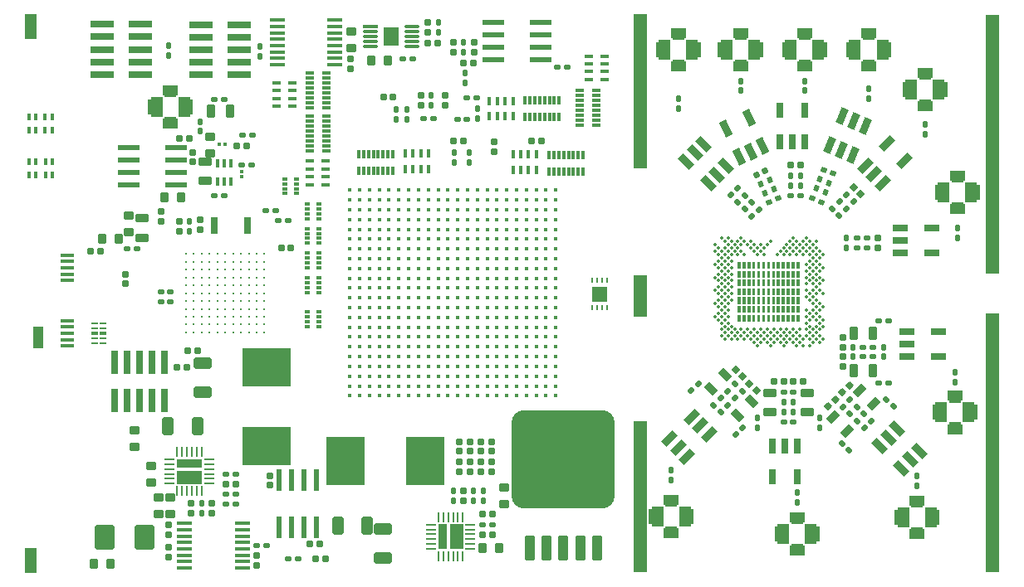
<source format=gtp>
G04 Layer_Color=8421504*
%FSLAX44Y44*%
%MOMM*%
G71*
G01*
G75*
G04:AMPARAMS|DCode=18|XSize=0.7mm|YSize=0.4mm|CornerRadius=0.05mm|HoleSize=0mm|Usage=FLASHONLY|Rotation=270.000|XOffset=0mm|YOffset=0mm|HoleType=Round|Shape=RoundedRectangle|*
%AMROUNDEDRECTD18*
21,1,0.7000,0.3000,0,0,270.0*
21,1,0.6000,0.4000,0,0,270.0*
1,1,0.1000,-0.1500,-0.3000*
1,1,0.1000,-0.1500,0.3000*
1,1,0.1000,0.1500,0.3000*
1,1,0.1000,0.1500,-0.3000*
%
%ADD18ROUNDEDRECTD18*%
%ADD19R,1.5500X1.0000*%
%ADD20R,1.2000X1.6000*%
%ADD21R,1.2000X1.2000*%
%ADD22R,1.2000X2.1500*%
G04:AMPARAMS|DCode=23|XSize=0.6mm|YSize=0.6mm|CornerRadius=0.06mm|HoleSize=0mm|Usage=FLASHONLY|Rotation=0.000|XOffset=0mm|YOffset=0mm|HoleType=Round|Shape=RoundedRectangle|*
%AMROUNDEDRECTD23*
21,1,0.6000,0.4800,0,0,0.0*
21,1,0.4800,0.6000,0,0,0.0*
1,1,0.1200,0.2400,-0.2400*
1,1,0.1200,-0.2400,-0.2400*
1,1,0.1200,-0.2400,0.2400*
1,1,0.1200,0.2400,0.2400*
%
%ADD23ROUNDEDRECTD23*%
G04:AMPARAMS|DCode=24|XSize=1mm|YSize=0.9mm|CornerRadius=0.1125mm|HoleSize=0mm|Usage=FLASHONLY|Rotation=0.000|XOffset=0mm|YOffset=0mm|HoleType=Round|Shape=RoundedRectangle|*
%AMROUNDEDRECTD24*
21,1,1.0000,0.6750,0,0,0.0*
21,1,0.7750,0.9000,0,0,0.0*
1,1,0.2250,0.3875,-0.3375*
1,1,0.2250,-0.3875,-0.3375*
1,1,0.2250,-0.3875,0.3375*
1,1,0.2250,0.3875,0.3375*
%
%ADD24ROUNDEDRECTD24*%
G04:AMPARAMS|DCode=25|XSize=1mm|YSize=0.9mm|CornerRadius=0.1125mm|HoleSize=0mm|Usage=FLASHONLY|Rotation=270.000|XOffset=0mm|YOffset=0mm|HoleType=Round|Shape=RoundedRectangle|*
%AMROUNDEDRECTD25*
21,1,1.0000,0.6750,0,0,270.0*
21,1,0.7750,0.9000,0,0,270.0*
1,1,0.2250,-0.3375,-0.3875*
1,1,0.2250,-0.3375,0.3875*
1,1,0.2250,0.3375,0.3875*
1,1,0.2250,0.3375,-0.3875*
%
%ADD25ROUNDEDRECTD25*%
%ADD26R,0.4000X0.8500*%
G04:AMPARAMS|DCode=27|XSize=0.6mm|YSize=0.6mm|CornerRadius=0.06mm|HoleSize=0mm|Usage=FLASHONLY|Rotation=90.000|XOffset=0mm|YOffset=0mm|HoleType=Round|Shape=RoundedRectangle|*
%AMROUNDEDRECTD27*
21,1,0.6000,0.4800,0,0,90.0*
21,1,0.4800,0.6000,0,0,90.0*
1,1,0.1200,0.2400,0.2400*
1,1,0.1200,0.2400,-0.2400*
1,1,0.1200,-0.2400,-0.2400*
1,1,0.1200,-0.2400,0.2400*
%
%ADD27ROUNDEDRECTD27*%
%ADD28R,2.2000X0.5500*%
%ADD29R,1.5000X0.3500*%
%ADD30R,0.5500X2.2000*%
%ADD31R,1.3000X2.6000*%
G04:AMPARAMS|DCode=32|XSize=0.5mm|YSize=0.6mm|CornerRadius=0.05mm|HoleSize=0mm|Usage=FLASHONLY|Rotation=270.000|XOffset=0mm|YOffset=0mm|HoleType=Round|Shape=RoundedRectangle|*
%AMROUNDEDRECTD32*
21,1,0.5000,0.5000,0,0,270.0*
21,1,0.4000,0.6000,0,0,270.0*
1,1,0.1000,-0.2500,-0.2000*
1,1,0.1000,-0.2500,0.2000*
1,1,0.1000,0.2500,0.2000*
1,1,0.1000,0.2500,-0.2000*
%
%ADD32ROUNDEDRECTD32*%
G04:AMPARAMS|DCode=33|XSize=0.5mm|YSize=0.6mm|CornerRadius=0.05mm|HoleSize=0mm|Usage=FLASHONLY|Rotation=0.000|XOffset=0mm|YOffset=0mm|HoleType=Round|Shape=RoundedRectangle|*
%AMROUNDEDRECTD33*
21,1,0.5000,0.5000,0,0,0.0*
21,1,0.4000,0.6000,0,0,0.0*
1,1,0.1000,0.2000,-0.2500*
1,1,0.1000,-0.2000,-0.2500*
1,1,0.1000,-0.2000,0.2500*
1,1,0.1000,0.2000,0.2500*
%
%ADD33ROUNDEDRECTD33*%
%ADD34R,2.4000X0.7500*%
%ADD35R,0.7500X2.4000*%
G04:AMPARAMS|DCode=36|XSize=2.5mm|YSize=2mm|CornerRadius=0.25mm|HoleSize=0mm|Usage=FLASHONLY|Rotation=90.000|XOffset=0mm|YOffset=0mm|HoleType=Round|Shape=RoundedRectangle|*
%AMROUNDEDRECTD36*
21,1,2.5000,1.5000,0,0,90.0*
21,1,2.0000,2.0000,0,0,90.0*
1,1,0.5000,0.7500,1.0000*
1,1,0.5000,0.7500,-1.0000*
1,1,0.5000,-0.7500,-1.0000*
1,1,0.5000,-0.7500,1.0000*
%
%ADD36ROUNDEDRECTD36*%
%ADD37R,0.3500X0.3000*%
%ADD38R,0.3000X0.3500*%
%ADD39R,0.2500X0.6250*%
%ADD40R,1.6000X1.6000*%
G04:AMPARAMS|DCode=41|XSize=2.5mm|YSize=1.1mm|CornerRadius=0.1375mm|HoleSize=0mm|Usage=FLASHONLY|Rotation=270.000|XOffset=0mm|YOffset=0mm|HoleType=Round|Shape=RoundedRectangle|*
%AMROUNDEDRECTD41*
21,1,2.5000,0.8250,0,0,270.0*
21,1,2.2250,1.1000,0,0,270.0*
1,1,0.2750,-0.4125,-1.1125*
1,1,0.2750,-0.4125,1.1125*
1,1,0.2750,0.4125,1.1125*
1,1,0.2750,0.4125,-1.1125*
%
%ADD41ROUNDEDRECTD41*%
G04:AMPARAMS|DCode=42|XSize=10mm|YSize=10.5mm|CornerRadius=1.25mm|HoleSize=0mm|Usage=FLASHONLY|Rotation=270.000|XOffset=0mm|YOffset=0mm|HoleType=Round|Shape=RoundedRectangle|*
%AMROUNDEDRECTD42*
21,1,10.0000,8.0000,0,0,270.0*
21,1,7.5000,10.5000,0,0,270.0*
1,1,2.5000,-4.0000,-3.7500*
1,1,2.5000,-4.0000,3.7500*
1,1,2.5000,4.0000,3.7500*
1,1,2.5000,4.0000,-3.7500*
%
%ADD42ROUNDEDRECTD42*%
G04:AMPARAMS|DCode=43|XSize=1.3mm|YSize=0.8mm|CornerRadius=0.1mm|HoleSize=0mm|Usage=FLASHONLY|Rotation=180.000|XOffset=0mm|YOffset=0mm|HoleType=Round|Shape=RoundedRectangle|*
%AMROUNDEDRECTD43*
21,1,1.3000,0.6000,0,0,180.0*
21,1,1.1000,0.8000,0,0,180.0*
1,1,0.2000,-0.5500,0.3000*
1,1,0.2000,0.5500,0.3000*
1,1,0.2000,0.5500,-0.3000*
1,1,0.2000,-0.5500,-0.3000*
%
%ADD43ROUNDEDRECTD43*%
%ADD44R,5.0000X4.0000*%
%ADD45R,2.5500X0.9000*%
%ADD46R,2.5500X1.4000*%
%ADD47R,0.2500X1.0000*%
%ADD48R,1.0000X0.2500*%
G04:AMPARAMS|DCode=49|XSize=1.8mm|YSize=1.15mm|CornerRadius=0.1437mm|HoleSize=0mm|Usage=FLASHONLY|Rotation=0.000|XOffset=0mm|YOffset=0mm|HoleType=Round|Shape=RoundedRectangle|*
%AMROUNDEDRECTD49*
21,1,1.8000,0.8625,0,0,0.0*
21,1,1.5125,1.1500,0,0,0.0*
1,1,0.2875,0.7562,-0.4313*
1,1,0.2875,-0.7562,-0.4313*
1,1,0.2875,-0.7562,0.4313*
1,1,0.2875,0.7562,0.4313*
%
%ADD49ROUNDEDRECTD49*%
G04:AMPARAMS|DCode=50|XSize=1.8mm|YSize=1.15mm|CornerRadius=0.1437mm|HoleSize=0mm|Usage=FLASHONLY|Rotation=90.000|XOffset=0mm|YOffset=0mm|HoleType=Round|Shape=RoundedRectangle|*
%AMROUNDEDRECTD50*
21,1,1.8000,0.8625,0,0,90.0*
21,1,1.5125,1.1500,0,0,90.0*
1,1,0.2875,0.4313,0.7562*
1,1,0.2875,0.4313,-0.7562*
1,1,0.2875,-0.4313,-0.7562*
1,1,0.2875,-0.4313,0.7562*
%
%ADD50ROUNDEDRECTD50*%
G04:AMPARAMS|DCode=51|XSize=1.3mm|YSize=0.8mm|CornerRadius=0.1mm|HoleSize=0mm|Usage=FLASHONLY|Rotation=90.000|XOffset=0mm|YOffset=0mm|HoleType=Round|Shape=RoundedRectangle|*
%AMROUNDEDRECTD51*
21,1,1.3000,0.6000,0,0,90.0*
21,1,1.1000,0.8000,0,0,90.0*
1,1,0.2000,0.3000,0.5500*
1,1,0.2000,0.3000,-0.5500*
1,1,0.2000,-0.3000,-0.5500*
1,1,0.2000,-0.3000,0.5500*
%
%ADD51ROUNDEDRECTD51*%
G04:AMPARAMS|DCode=52|XSize=1.3mm|YSize=0.8mm|CornerRadius=0.1mm|HoleSize=0mm|Usage=FLASHONLY|Rotation=45.000|XOffset=0mm|YOffset=0mm|HoleType=Round|Shape=RoundedRectangle|*
%AMROUNDEDRECTD52*
21,1,1.3000,0.6000,0,0,45.0*
21,1,1.1000,0.8000,0,0,45.0*
1,1,0.2000,0.6010,0.1768*
1,1,0.2000,-0.1768,-0.6010*
1,1,0.2000,-0.6010,-0.1768*
1,1,0.2000,0.1768,0.6010*
%
%ADD52ROUNDEDRECTD52*%
G04:AMPARAMS|DCode=53|XSize=1.3mm|YSize=0.8mm|CornerRadius=0.1mm|HoleSize=0mm|Usage=FLASHONLY|Rotation=315.000|XOffset=0mm|YOffset=0mm|HoleType=Round|Shape=RoundedRectangle|*
%AMROUNDEDRECTD53*
21,1,1.3000,0.6000,0,0,315.0*
21,1,1.1000,0.8000,0,0,315.0*
1,1,0.2000,0.1768,-0.6010*
1,1,0.2000,-0.6010,0.1768*
1,1,0.2000,-0.1768,0.6010*
1,1,0.2000,0.6010,-0.1768*
%
%ADD53ROUNDEDRECTD53*%
G04:AMPARAMS|DCode=54|XSize=0.5mm|YSize=0.6mm|CornerRadius=0.05mm|HoleSize=0mm|Usage=FLASHONLY|Rotation=67.500|XOffset=0mm|YOffset=0mm|HoleType=Round|Shape=RoundedRectangle|*
%AMROUNDEDRECTD54*
21,1,0.5000,0.5000,0,0,67.5*
21,1,0.4000,0.6000,0,0,67.5*
1,1,0.1000,0.3075,0.0891*
1,1,0.1000,0.1544,-0.2804*
1,1,0.1000,-0.3075,-0.0891*
1,1,0.1000,-0.1544,0.2804*
%
%ADD54ROUNDEDRECTD54*%
%ADD55R,0.9500X0.4000*%
%ADD56R,0.4000X0.9500*%
%ADD57R,0.9500X0.3500*%
%ADD58R,0.3500X0.9500*%
%ADD59R,0.9000X2.5500*%
%ADD60R,1.4000X2.5500*%
%ADD61R,4.0000X5.0000*%
%ADD62R,0.6000X0.4500*%
%ADD63R,0.6000X0.3000*%
%ADD64R,0.8000X1.7000*%
G04:AMPARAMS|DCode=65|XSize=0.5mm|YSize=0.6mm|CornerRadius=0.05mm|HoleSize=0mm|Usage=FLASHONLY|Rotation=135.000|XOffset=0mm|YOffset=0mm|HoleType=Round|Shape=RoundedRectangle|*
%AMROUNDEDRECTD65*
21,1,0.5000,0.5000,0,0,135.0*
21,1,0.4000,0.6000,0,0,135.0*
1,1,0.1000,0.0354,0.3182*
1,1,0.1000,0.3182,0.0354*
1,1,0.1000,-0.0354,-0.3182*
1,1,0.1000,-0.3182,-0.0354*
%
%ADD65ROUNDEDRECTD65*%
G04:AMPARAMS|DCode=66|XSize=0.5mm|YSize=0.6mm|CornerRadius=0.05mm|HoleSize=0mm|Usage=FLASHONLY|Rotation=337.500|XOffset=0mm|YOffset=0mm|HoleType=Round|Shape=RoundedRectangle|*
%AMROUNDEDRECTD66*
21,1,0.5000,0.5000,0,0,337.5*
21,1,0.4000,0.6000,0,0,337.5*
1,1,0.1000,0.0891,-0.3075*
1,1,0.1000,-0.2804,-0.1544*
1,1,0.1000,-0.0891,0.3075*
1,1,0.1000,0.2804,0.1544*
%
%ADD66ROUNDEDRECTD66*%
G04:AMPARAMS|DCode=67|XSize=0.76mm|YSize=1.65mm|CornerRadius=0mm|HoleSize=0mm|Usage=FLASHONLY|Rotation=315.000|XOffset=0mm|YOffset=0mm|HoleType=Round|Shape=Rectangle|*
%AMROTATEDRECTD67*
4,1,4,-0.8521,-0.3147,0.3147,0.8521,0.8521,0.3147,-0.3147,-0.8521,-0.8521,-0.3147,0.0*
%
%ADD67ROTATEDRECTD67*%

G04:AMPARAMS|DCode=68|XSize=0.6mm|YSize=0.6mm|CornerRadius=0.06mm|HoleSize=0mm|Usage=FLASHONLY|Rotation=225.000|XOffset=0mm|YOffset=0mm|HoleType=Round|Shape=RoundedRectangle|*
%AMROUNDEDRECTD68*
21,1,0.6000,0.4800,0,0,225.0*
21,1,0.4800,0.6000,0,0,225.0*
1,1,0.1200,-0.3394,0.0000*
1,1,0.1200,0.0000,0.3394*
1,1,0.1200,0.3394,0.0000*
1,1,0.1200,0.0000,-0.3394*
%
%ADD68ROUNDEDRECTD68*%
G04:AMPARAMS|DCode=69|XSize=0.5mm|YSize=0.6mm|CornerRadius=0.05mm|HoleSize=0mm|Usage=FLASHONLY|Rotation=225.000|XOffset=0mm|YOffset=0mm|HoleType=Round|Shape=RoundedRectangle|*
%AMROUNDEDRECTD69*
21,1,0.5000,0.5000,0,0,225.0*
21,1,0.4000,0.6000,0,0,225.0*
1,1,0.1000,-0.3182,0.0354*
1,1,0.1000,-0.0354,0.3182*
1,1,0.1000,0.3182,-0.0354*
1,1,0.1000,0.0354,-0.3182*
%
%ADD69ROUNDEDRECTD69*%
G04:AMPARAMS|DCode=70|XSize=0.5mm|YSize=0.6mm|CornerRadius=0.05mm|HoleSize=0mm|Usage=FLASHONLY|Rotation=25.000|XOffset=0mm|YOffset=0mm|HoleType=Round|Shape=RoundedRectangle|*
%AMROUNDEDRECTD70*
21,1,0.5000,0.5000,0,0,25.0*
21,1,0.4000,0.6000,0,0,25.0*
1,1,0.1000,0.2869,-0.1421*
1,1,0.1000,-0.0756,-0.3111*
1,1,0.1000,-0.2869,0.1421*
1,1,0.1000,0.0756,0.3111*
%
%ADD70ROUNDEDRECTD70*%
G04:AMPARAMS|DCode=71|XSize=0.5mm|YSize=0.6mm|CornerRadius=0.05mm|HoleSize=0mm|Usage=FLASHONLY|Rotation=115.000|XOffset=0mm|YOffset=0mm|HoleType=Round|Shape=RoundedRectangle|*
%AMROUNDEDRECTD71*
21,1,0.5000,0.5000,0,0,115.0*
21,1,0.4000,0.6000,0,0,115.0*
1,1,0.1000,0.1421,0.2869*
1,1,0.1000,0.3111,-0.0756*
1,1,0.1000,-0.1421,-0.2869*
1,1,0.1000,-0.3111,0.0756*
%
%ADD71ROUNDEDRECTD71*%
G04:AMPARAMS|DCode=72|XSize=0.6mm|YSize=0.6mm|CornerRadius=0.06mm|HoleSize=0mm|Usage=FLASHONLY|Rotation=315.000|XOffset=0mm|YOffset=0mm|HoleType=Round|Shape=RoundedRectangle|*
%AMROUNDEDRECTD72*
21,1,0.6000,0.4800,0,0,315.0*
21,1,0.4800,0.6000,0,0,315.0*
1,1,0.1200,0.0000,-0.3394*
1,1,0.1200,-0.3394,0.0000*
1,1,0.1200,0.0000,0.3394*
1,1,0.1200,0.3394,0.0000*
%
%ADD72ROUNDEDRECTD72*%
G04:AMPARAMS|DCode=73|XSize=0.6mm|YSize=0.6mm|CornerRadius=0.06mm|HoleSize=0mm|Usage=FLASHONLY|Rotation=115.000|XOffset=0mm|YOffset=0mm|HoleType=Round|Shape=RoundedRectangle|*
%AMROUNDEDRECTD73*
21,1,0.6000,0.4800,0,0,115.0*
21,1,0.4800,0.6000,0,0,115.0*
1,1,0.1200,0.1161,0.3189*
1,1,0.1200,0.3189,-0.1161*
1,1,0.1200,-0.1161,-0.3189*
1,1,0.1200,-0.3189,0.1161*
%
%ADD73ROUNDEDRECTD73*%
G04:AMPARAMS|DCode=74|XSize=0.76mm|YSize=1.65mm|CornerRadius=0mm|HoleSize=0mm|Usage=FLASHONLY|Rotation=45.000|XOffset=0mm|YOffset=0mm|HoleType=Round|Shape=Rectangle|*
%AMROTATEDRECTD74*
4,1,4,0.3147,-0.8521,-0.8521,0.3147,-0.3147,0.8521,0.8521,-0.3147,0.3147,-0.8521,0.0*
%
%ADD74ROTATEDRECTD74*%

%ADD75R,0.7600X1.6500*%
G04:AMPARAMS|DCode=76|XSize=0.76mm|YSize=1.65mm|CornerRadius=0mm|HoleSize=0mm|Usage=FLASHONLY|Rotation=157.500|XOffset=0mm|YOffset=0mm|HoleType=Round|Shape=Rectangle|*
%AMROTATEDRECTD76*
4,1,4,0.6668,0.6168,0.0354,-0.9076,-0.6668,-0.6168,-0.0354,0.9076,0.6668,0.6168,0.0*
%
%ADD76ROTATEDRECTD76*%

G04:AMPARAMS|DCode=77|XSize=0.76mm|YSize=1.65mm|CornerRadius=0mm|HoleSize=0mm|Usage=FLASHONLY|Rotation=25.000|XOffset=0mm|YOffset=0mm|HoleType=Round|Shape=Rectangle|*
%AMROTATEDRECTD77*
4,1,4,0.0043,-0.9083,-0.6931,0.5871,-0.0043,0.9083,0.6931,-0.5871,0.0043,-0.9083,0.0*
%
%ADD77ROTATEDRECTD77*%

%ADD78R,1.6500X0.7600*%
%ADD79R,0.6750X0.4000*%
%ADD80R,0.6750X0.2000*%
%ADD81C,0.3500*%
%ADD82R,0.2000X0.2000*%
G04:AMPARAMS|DCode=83|XSize=1.6mm|YSize=1.9mm|CornerRadius=0.2mm|HoleSize=0mm|Usage=FLASHONLY|Rotation=180.000|XOffset=0mm|YOffset=0mm|HoleType=Round|Shape=RoundedRectangle|*
%AMROUNDEDRECTD83*
21,1,1.6000,1.5000,0,0,180.0*
21,1,1.2000,1.9000,0,0,180.0*
1,1,0.4000,-0.6000,0.7500*
1,1,0.4000,0.6000,0.7500*
1,1,0.4000,0.6000,-0.7500*
1,1,0.4000,-0.6000,-0.7500*
%
%ADD83ROUNDEDRECTD83*%
%ADD84O,1.6000X0.3000*%
G04:AMPARAMS|DCode=85|XSize=1.6mm|YSize=0.3mm|CornerRadius=0.0375mm|HoleSize=0mm|Usage=FLASHONLY|Rotation=0.000|XOffset=0mm|YOffset=0mm|HoleType=Round|Shape=RoundedRectangle|*
%AMROUNDEDRECTD85*
21,1,1.6000,0.2250,0,0,0.0*
21,1,1.5250,0.3000,0,0,0.0*
1,1,0.0750,0.7625,-0.1125*
1,1,0.0750,-0.7625,-0.1125*
1,1,0.0750,-0.7625,0.1125*
1,1,0.0750,0.7625,0.1125*
%
%ADD85ROUNDEDRECTD85*%
%ADD86C,0.3800*%
%ADD87R,0.9800X2.1800*%
%ADD88R,1.3500X0.4000*%
%ADD89C,0.2500*%
%ADD90R,1.4500X15.7750*%
%ADD91R,1.4500X26.5000*%
%ADD92R,1.4500X15.5000*%
%ADD93R,1.4500X4.2000*%
G36*
X792910Y325134D02*
X789910D01*
Y332133D01*
X792910D01*
Y325134D01*
D02*
G37*
G36*
X787910D02*
X784910D01*
Y332133D01*
X787910D01*
Y325134D01*
D02*
G37*
G36*
X782910D02*
X779910D01*
Y332133D01*
X782910D01*
Y325134D01*
D02*
G37*
G36*
X777910D02*
X774910D01*
Y332133D01*
X777910D01*
Y325134D01*
D02*
G37*
G36*
X772910D02*
X769910D01*
Y332133D01*
X772910D01*
Y325134D01*
D02*
G37*
G36*
X767910D02*
X764910D01*
Y332133D01*
X767910D01*
Y325134D01*
D02*
G37*
G36*
X762910D02*
X759910D01*
Y332133D01*
X762910D01*
Y325134D01*
D02*
G37*
G36*
X757910D02*
X754910D01*
Y332133D01*
X757910D01*
Y325134D01*
D02*
G37*
G36*
X752910D02*
X749910D01*
Y332133D01*
X752910D01*
Y325134D01*
D02*
G37*
G36*
X747910D02*
X744910D01*
Y332133D01*
X747910D01*
Y325134D01*
D02*
G37*
G36*
X742910D02*
X739910D01*
Y332133D01*
X742910D01*
Y325134D01*
D02*
G37*
G36*
X737910D02*
X734910D01*
Y332133D01*
X737910D01*
Y325134D01*
D02*
G37*
G36*
X732910D02*
X729910D01*
Y332133D01*
X732910D01*
Y325134D01*
D02*
G37*
G36*
X792910Y316133D02*
X789910D01*
Y323134D01*
X792910D01*
Y316133D01*
D02*
G37*
G36*
X787910D02*
X784910D01*
Y323134D01*
X787910D01*
Y316133D01*
D02*
G37*
G36*
X782910D02*
X779910D01*
Y323134D01*
X782910D01*
Y316133D01*
D02*
G37*
G36*
X777910D02*
X774910D01*
Y323134D01*
X777910D01*
Y316133D01*
D02*
G37*
G36*
X772910D02*
X769910D01*
Y323134D01*
X772910D01*
Y316133D01*
D02*
G37*
G36*
X767910D02*
X764910D01*
Y323134D01*
X767910D01*
Y316133D01*
D02*
G37*
G36*
X762910D02*
X759910D01*
Y323134D01*
X762910D01*
Y316133D01*
D02*
G37*
G36*
X757910D02*
X754910D01*
Y323134D01*
X757910D01*
Y316133D01*
D02*
G37*
G36*
X752910D02*
X749910D01*
Y323134D01*
X752910D01*
Y316133D01*
D02*
G37*
G36*
X747910D02*
X744910D01*
Y323134D01*
X747910D01*
Y316133D01*
D02*
G37*
G36*
X742910D02*
X739910D01*
Y323134D01*
X742910D01*
Y316133D01*
D02*
G37*
G36*
X737910D02*
X734910D01*
Y323134D01*
X737910D01*
Y316133D01*
D02*
G37*
G36*
X732910D02*
X729910D01*
Y323134D01*
X732910D01*
Y316133D01*
D02*
G37*
G36*
X792910Y307134D02*
X789910D01*
Y314133D01*
X792910D01*
Y307134D01*
D02*
G37*
G36*
X787910D02*
X784910D01*
Y314133D01*
X787910D01*
Y307134D01*
D02*
G37*
G36*
X782910D02*
X779910D01*
Y314133D01*
X782910D01*
Y307134D01*
D02*
G37*
G36*
X777910D02*
X774910D01*
Y314133D01*
X777910D01*
Y307134D01*
D02*
G37*
G36*
X772910D02*
X769910D01*
Y314133D01*
X772910D01*
Y307134D01*
D02*
G37*
G36*
X767910D02*
X764910D01*
Y314133D01*
X767910D01*
Y307134D01*
D02*
G37*
G36*
X762910D02*
X759910D01*
Y314133D01*
X762910D01*
Y307134D01*
D02*
G37*
G36*
X757910D02*
X754910D01*
Y314133D01*
X757910D01*
Y307134D01*
D02*
G37*
G36*
X752910D02*
X749910D01*
Y314133D01*
X752910D01*
Y307134D01*
D02*
G37*
G36*
X747910D02*
X744910D01*
Y314133D01*
X747910D01*
Y307134D01*
D02*
G37*
G36*
X742910D02*
X739910D01*
Y314133D01*
X742910D01*
Y307134D01*
D02*
G37*
G36*
X737910D02*
X734910D01*
Y314133D01*
X737910D01*
Y307134D01*
D02*
G37*
G36*
X732910D02*
X729910D01*
Y314133D01*
X732910D01*
Y307134D01*
D02*
G37*
G36*
X792910Y298134D02*
X789910D01*
Y305133D01*
X792910D01*
Y298134D01*
D02*
G37*
G36*
X787910D02*
X784910D01*
Y305133D01*
X787910D01*
Y298134D01*
D02*
G37*
G36*
X782910D02*
X779910D01*
Y305133D01*
X782910D01*
Y298134D01*
D02*
G37*
G36*
X777910D02*
X774910D01*
Y305133D01*
X777910D01*
Y298134D01*
D02*
G37*
G36*
X772910D02*
X769910D01*
Y305133D01*
X772910D01*
Y298134D01*
D02*
G37*
G36*
X767910D02*
X764910D01*
Y305133D01*
X767910D01*
Y298134D01*
D02*
G37*
G36*
X762910D02*
X759910D01*
Y305133D01*
X762910D01*
Y298134D01*
D02*
G37*
G36*
X757910D02*
X754910D01*
Y305133D01*
X757910D01*
Y298134D01*
D02*
G37*
G36*
X752910D02*
X749910D01*
Y305133D01*
X752910D01*
Y298134D01*
D02*
G37*
G36*
X747910D02*
X744910D01*
Y305133D01*
X747910D01*
Y298134D01*
D02*
G37*
G36*
X742910D02*
X739910D01*
Y305133D01*
X742910D01*
Y298134D01*
D02*
G37*
G36*
X737910D02*
X734910D01*
Y305133D01*
X737910D01*
Y298134D01*
D02*
G37*
G36*
X732910D02*
X729910D01*
Y305133D01*
X732910D01*
Y298134D01*
D02*
G37*
G36*
X792910Y289133D02*
X789910D01*
Y296133D01*
X792910D01*
Y289133D01*
D02*
G37*
G36*
X787910D02*
X784910D01*
Y296133D01*
X787910D01*
Y289133D01*
D02*
G37*
G36*
X782910D02*
X779910D01*
Y296133D01*
X782910D01*
Y289133D01*
D02*
G37*
G36*
X777910D02*
X774910D01*
Y296133D01*
X777910D01*
Y289133D01*
D02*
G37*
G36*
X772910D02*
X769910D01*
Y296133D01*
X772910D01*
Y289133D01*
D02*
G37*
G36*
X767910D02*
X764910D01*
Y296133D01*
X767910D01*
Y289133D01*
D02*
G37*
G36*
X762910D02*
X759910D01*
Y296133D01*
X762910D01*
Y289133D01*
D02*
G37*
G36*
X757910D02*
X754910D01*
Y296133D01*
X757910D01*
Y289133D01*
D02*
G37*
G36*
X752910D02*
X749910D01*
Y296133D01*
X752910D01*
Y289133D01*
D02*
G37*
G36*
X747910D02*
X744910D01*
Y296133D01*
X747910D01*
Y289133D01*
D02*
G37*
G36*
X742910D02*
X739910D01*
Y296133D01*
X742910D01*
Y289133D01*
D02*
G37*
G36*
X737910D02*
X734910D01*
Y296133D01*
X737910D01*
Y289133D01*
D02*
G37*
G36*
X732910D02*
X729910D01*
Y296133D01*
X732910D01*
Y289133D01*
D02*
G37*
G36*
X792910Y280134D02*
X789910D01*
Y287134D01*
X792910D01*
Y280134D01*
D02*
G37*
G36*
X787910D02*
X784910D01*
Y287134D01*
X787910D01*
Y280134D01*
D02*
G37*
G36*
X782910D02*
X779910D01*
Y287134D01*
X782910D01*
Y280134D01*
D02*
G37*
G36*
X777910D02*
X774910D01*
Y287134D01*
X777910D01*
Y280134D01*
D02*
G37*
G36*
X772910D02*
X769910D01*
Y287134D01*
X772910D01*
Y280134D01*
D02*
G37*
G36*
X767910D02*
X764910D01*
Y287134D01*
X767910D01*
Y280134D01*
D02*
G37*
G36*
X762910D02*
X759910D01*
Y287134D01*
X762910D01*
Y280134D01*
D02*
G37*
G36*
X757910D02*
X754910D01*
Y287134D01*
X757910D01*
Y280134D01*
D02*
G37*
G36*
X752910D02*
X749910D01*
Y287134D01*
X752910D01*
Y280134D01*
D02*
G37*
G36*
X747910D02*
X744910D01*
Y287134D01*
X747910D01*
Y280134D01*
D02*
G37*
G36*
X742910D02*
X739910D01*
Y287134D01*
X742910D01*
Y280134D01*
D02*
G37*
G36*
X737910D02*
X734910D01*
Y287134D01*
X737910D01*
Y280134D01*
D02*
G37*
G36*
X732910D02*
X729910D01*
Y287134D01*
X732910D01*
Y280134D01*
D02*
G37*
G36*
X792910Y271134D02*
X789910D01*
Y278134D01*
X792910D01*
Y271134D01*
D02*
G37*
G36*
X787910D02*
X784910D01*
Y278134D01*
X787910D01*
Y271134D01*
D02*
G37*
G36*
X782910D02*
X779910D01*
Y278134D01*
X782910D01*
Y271134D01*
D02*
G37*
G36*
X777910D02*
X774910D01*
Y278134D01*
X777910D01*
Y271134D01*
D02*
G37*
G36*
X772910D02*
X769910D01*
Y278134D01*
X772910D01*
Y271134D01*
D02*
G37*
G36*
X767910D02*
X764910D01*
Y278134D01*
X767910D01*
Y271134D01*
D02*
G37*
G36*
X762910D02*
X759910D01*
Y278134D01*
X762910D01*
Y271134D01*
D02*
G37*
G36*
X757910D02*
X754910D01*
Y278134D01*
X757910D01*
Y271134D01*
D02*
G37*
G36*
X752910D02*
X749910D01*
Y278134D01*
X752910D01*
Y271134D01*
D02*
G37*
G36*
X747910D02*
X744910D01*
Y278134D01*
X747910D01*
Y271134D01*
D02*
G37*
G36*
X742910D02*
X739910D01*
Y278134D01*
X742910D01*
Y271134D01*
D02*
G37*
G36*
X737910D02*
X734910D01*
Y278134D01*
X737910D01*
Y271134D01*
D02*
G37*
G36*
X732910D02*
X729910D01*
Y278134D01*
X732910D01*
Y271134D01*
D02*
G37*
D18*
X24250Y434750D02*
D03*
Y420750D02*
D03*
X31250Y420750D02*
D03*
Y434750D02*
D03*
X14500D02*
D03*
Y420750D02*
D03*
X7500Y420750D02*
D03*
Y434750D02*
D03*
X24000Y480500D02*
D03*
Y466500D02*
D03*
X31000Y466500D02*
D03*
Y480500D02*
D03*
X14500Y480500D02*
D03*
Y466500D02*
D03*
X7500Y466500D02*
D03*
Y480500D02*
D03*
D19*
X953750Y386000D02*
D03*
Y420000D02*
D03*
X951250Y195500D02*
D03*
Y161500D02*
D03*
X790400Y71500D02*
D03*
Y37500D02*
D03*
X912750Y88250D02*
D03*
Y54250D02*
D03*
X662250Y89250D02*
D03*
Y55250D02*
D03*
X732750Y532000D02*
D03*
Y566000D02*
D03*
X920750Y491000D02*
D03*
Y525000D02*
D03*
X669336Y532000D02*
D03*
Y566000D02*
D03*
X863500Y532000D02*
D03*
Y566000D02*
D03*
X798000Y532000D02*
D03*
Y566000D02*
D03*
X151500Y473750D02*
D03*
Y507750D02*
D03*
D20*
X970750Y403000D02*
D03*
X936750D02*
D03*
X934250Y178500D02*
D03*
X968250D02*
D03*
X773400Y54500D02*
D03*
X807400D02*
D03*
X895750Y71250D02*
D03*
X929750D02*
D03*
X645250Y72250D02*
D03*
X679250D02*
D03*
X749750Y549000D02*
D03*
X715750D02*
D03*
X937750Y508000D02*
D03*
X903750D02*
D03*
X686336Y549000D02*
D03*
X652336D02*
D03*
X880500Y549000D02*
D03*
X846500D02*
D03*
X815000D02*
D03*
X781000D02*
D03*
X168500Y490750D02*
D03*
X134500D02*
D03*
D21*
X953750Y419000D02*
D03*
Y387000D02*
D03*
X951250Y162500D02*
D03*
Y194500D02*
D03*
X790400Y38500D02*
D03*
Y70500D02*
D03*
X912750Y55250D02*
D03*
Y87250D02*
D03*
X662250Y56250D02*
D03*
Y88250D02*
D03*
X732750Y565000D02*
D03*
Y533000D02*
D03*
X920750Y524000D02*
D03*
Y492000D02*
D03*
X669336Y565000D02*
D03*
Y533000D02*
D03*
X863500Y565000D02*
D03*
Y533000D02*
D03*
X798000Y565000D02*
D03*
Y533000D02*
D03*
X151500Y506750D02*
D03*
Y474750D02*
D03*
D22*
X939750Y403000D02*
D03*
X967750D02*
D03*
X965250Y178500D02*
D03*
X937250D02*
D03*
X804400Y54500D02*
D03*
X776400D02*
D03*
X926750Y71250D02*
D03*
X898750D02*
D03*
X676250Y72250D02*
D03*
X648250D02*
D03*
X718750Y549000D02*
D03*
X746750D02*
D03*
X906750Y508000D02*
D03*
X934750D02*
D03*
X655336Y549000D02*
D03*
X683336D02*
D03*
X849500Y549000D02*
D03*
X877500D02*
D03*
X784000D02*
D03*
X812000D02*
D03*
X137500Y490750D02*
D03*
X165500D02*
D03*
D23*
X252750Y114000D02*
D03*
Y104000D02*
D03*
X142000Y383750D02*
D03*
Y373750D02*
D03*
X174500Y434250D02*
D03*
Y444250D02*
D03*
X335250Y529250D02*
D03*
Y539250D02*
D03*
X446000Y127750D02*
D03*
Y117750D02*
D03*
Y148750D02*
D03*
Y138750D02*
D03*
X457000Y127750D02*
D03*
Y117750D02*
D03*
Y148750D02*
D03*
Y138750D02*
D03*
X468000Y148750D02*
D03*
Y138750D02*
D03*
Y127750D02*
D03*
Y117750D02*
D03*
X479250Y148750D02*
D03*
Y138750D02*
D03*
Y127750D02*
D03*
Y117750D02*
D03*
X161000Y363250D02*
D03*
Y373250D02*
D03*
X194000Y85750D02*
D03*
Y75750D02*
D03*
X173000Y75750D02*
D03*
Y85750D02*
D03*
X105750Y309750D02*
D03*
X105750Y319750D02*
D03*
X450250Y98500D02*
D03*
X450250Y88500D02*
D03*
X181750Y375500D02*
D03*
Y365500D02*
D03*
X407000Y492000D02*
D03*
Y502000D02*
D03*
X432000Y492000D02*
D03*
Y502000D02*
D03*
X481500Y445000D02*
D03*
Y455000D02*
D03*
X239250Y32500D02*
D03*
Y22500D02*
D03*
X149500Y41000D02*
D03*
Y31000D02*
D03*
X149500Y63750D02*
D03*
Y53750D02*
D03*
X836954Y255227D02*
D03*
Y245227D02*
D03*
X836954Y225227D02*
D03*
Y235227D02*
D03*
X872540Y356537D02*
D03*
Y346537D02*
D03*
X461000Y546500D02*
D03*
Y556500D02*
D03*
X439750Y556500D02*
D03*
Y546500D02*
D03*
X414250Y566500D02*
D03*
Y576500D02*
D03*
D24*
X115000Y160250D02*
D03*
Y143250D02*
D03*
X492000Y102000D02*
D03*
Y85000D02*
D03*
X139500Y74750D02*
D03*
Y91750D02*
D03*
X131750Y124250D02*
D03*
Y107250D02*
D03*
X336250Y567500D02*
D03*
Y550500D02*
D03*
X151250Y91500D02*
D03*
Y74500D02*
D03*
X109250Y379500D02*
D03*
Y362500D02*
D03*
X192250Y443250D02*
D03*
Y460250D02*
D03*
D25*
X162750Y397750D02*
D03*
X145750D02*
D03*
X99000Y355750D02*
D03*
X82000Y355750D02*
D03*
X90750Y24000D02*
D03*
X73750D02*
D03*
X487000Y40250D02*
D03*
X470000D02*
D03*
X356000Y538250D02*
D03*
X373000D02*
D03*
D26*
X200000Y433250D02*
D03*
X206500D02*
D03*
X213000D02*
D03*
Y414250D02*
D03*
X206500D02*
D03*
X200000D02*
D03*
D27*
X160750Y458250D02*
D03*
X170750D02*
D03*
X80500Y342750D02*
D03*
X70500D02*
D03*
X158000Y225000D02*
D03*
X168000D02*
D03*
X179250Y241750D02*
D03*
X169250D02*
D03*
X414250Y555500D02*
D03*
X424250D02*
D03*
X293500Y44000D02*
D03*
X303500D02*
D03*
X310000Y29250D02*
D03*
X300000D02*
D03*
X208000Y105250D02*
D03*
X218000D02*
D03*
X520000Y456000D02*
D03*
X530000D02*
D03*
X378750Y500750D02*
D03*
X368750D02*
D03*
X469750Y53500D02*
D03*
X479750D02*
D03*
Y74500D02*
D03*
X469750D02*
D03*
X264500Y346250D02*
D03*
X274500D02*
D03*
X460250Y535500D02*
D03*
X450250Y535500D02*
D03*
X440000Y456000D02*
D03*
X450000D02*
D03*
X219500Y450500D02*
D03*
X229500D02*
D03*
X796805Y209839D02*
D03*
X786805D02*
D03*
X794260Y430924D02*
D03*
X784260D02*
D03*
X766805Y209839D02*
D03*
X776805D02*
D03*
D28*
X157250Y410950D02*
D03*
Y423650D02*
D03*
Y436350D02*
D03*
Y449050D02*
D03*
X109250Y410950D02*
D03*
Y423650D02*
D03*
Y436350D02*
D03*
Y449050D02*
D03*
X528750Y538450D02*
D03*
Y551150D02*
D03*
Y563850D02*
D03*
Y576550D02*
D03*
X480750Y538450D02*
D03*
Y551150D02*
D03*
Y563850D02*
D03*
Y576550D02*
D03*
D29*
X165750Y65250D02*
D03*
Y58750D02*
D03*
Y52250D02*
D03*
Y45750D02*
D03*
Y39250D02*
D03*
Y32750D02*
D03*
Y26250D02*
D03*
Y19750D02*
D03*
X224750Y65250D02*
D03*
Y58750D02*
D03*
Y52250D02*
D03*
Y45750D02*
D03*
Y39250D02*
D03*
Y32750D02*
D03*
Y26250D02*
D03*
Y19750D02*
D03*
X319500Y533500D02*
D03*
Y540000D02*
D03*
Y546500D02*
D03*
Y553000D02*
D03*
Y559500D02*
D03*
Y566000D02*
D03*
Y572500D02*
D03*
Y579000D02*
D03*
X260500Y533500D02*
D03*
Y540000D02*
D03*
Y546500D02*
D03*
Y553000D02*
D03*
Y559500D02*
D03*
Y566000D02*
D03*
Y572500D02*
D03*
Y579000D02*
D03*
D30*
X261950Y61250D02*
D03*
X274650D02*
D03*
X287350D02*
D03*
X300050D02*
D03*
X261950Y109250D02*
D03*
X274650D02*
D03*
X287350D02*
D03*
X300050D02*
D03*
D31*
X9250Y572500D02*
D03*
Y27500D02*
D03*
D32*
X867954Y235227D02*
D03*
X857954D02*
D03*
X857954Y245227D02*
D03*
X867954D02*
D03*
X249000Y384250D02*
D03*
X259000D02*
D03*
X271750Y374250D02*
D03*
X261750D02*
D03*
X388750Y539750D02*
D03*
X398750D02*
D03*
X281500Y29250D02*
D03*
X271500Y29250D02*
D03*
X117750Y345250D02*
D03*
X107750D02*
D03*
X208000Y84750D02*
D03*
X218000D02*
D03*
X208000Y94750D02*
D03*
X218000D02*
D03*
X208000Y115750D02*
D03*
X218000D02*
D03*
X141750Y301250D02*
D03*
X151750D02*
D03*
X151750Y291250D02*
D03*
X141750D02*
D03*
X556250Y531000D02*
D03*
X546250D02*
D03*
X469750Y64000D02*
D03*
X479750D02*
D03*
X196500Y400250D02*
D03*
X206500D02*
D03*
X464000Y500000D02*
D03*
X454000D02*
D03*
X419750Y478500D02*
D03*
X409750D02*
D03*
X444000Y478000D02*
D03*
X454000D02*
D03*
X224500Y430750D02*
D03*
X234500D02*
D03*
X239250Y42500D02*
D03*
X249250D02*
D03*
X883674Y272160D02*
D03*
X873674D02*
D03*
X794260Y399924D02*
D03*
X784260D02*
D03*
X786805Y199339D02*
D03*
X776805D02*
D03*
X861441Y356378D02*
D03*
X851441D02*
D03*
X861437Y346487D02*
D03*
X851437D02*
D03*
X786805Y168339D02*
D03*
X776805D02*
D03*
X883656Y208367D02*
D03*
X873656D02*
D03*
X235000Y461250D02*
D03*
X225000D02*
D03*
X196500Y498250D02*
D03*
X206500D02*
D03*
D33*
X878454Y245227D02*
D03*
Y235227D02*
D03*
X150000Y553000D02*
D03*
Y543000D02*
D03*
X183500Y85750D02*
D03*
Y75750D02*
D03*
X439750Y88500D02*
D03*
Y98500D02*
D03*
X460750Y88500D02*
D03*
Y98500D02*
D03*
X470750Y88500D02*
D03*
Y98500D02*
D03*
X912750Y103250D02*
D03*
Y113250D02*
D03*
X662250Y109750D02*
D03*
Y119750D02*
D03*
X790400Y86500D02*
D03*
Y96500D02*
D03*
X441250Y443750D02*
D03*
Y433750D02*
D03*
X456000Y443750D02*
D03*
Y433750D02*
D03*
X464500Y478750D02*
D03*
Y488750D02*
D03*
X417500Y502000D02*
D03*
Y492000D02*
D03*
X392500Y477750D02*
D03*
Y487750D02*
D03*
X381750Y477750D02*
D03*
Y487750D02*
D03*
X451750Y515250D02*
D03*
Y525250D02*
D03*
X181750Y475500D02*
D03*
Y465500D02*
D03*
X749656Y163117D02*
D03*
Y173117D02*
D03*
X863500Y509000D02*
D03*
X863500Y499000D02*
D03*
X776805Y178839D02*
D03*
Y188839D02*
D03*
X794260Y420424D02*
D03*
Y410424D02*
D03*
X784260Y420424D02*
D03*
Y410424D02*
D03*
X847346Y245223D02*
D03*
Y235223D02*
D03*
X786805Y188839D02*
D03*
Y178839D02*
D03*
X920757Y472550D02*
D03*
Y462550D02*
D03*
X669336Y498836D02*
D03*
Y488836D02*
D03*
X953803Y366934D02*
D03*
Y356934D02*
D03*
X813796Y163102D02*
D03*
Y173102D02*
D03*
X798000Y517000D02*
D03*
Y507000D02*
D03*
X732750Y517000D02*
D03*
X732750Y507000D02*
D03*
X242500Y542000D02*
D03*
Y552000D02*
D03*
X171250Y373250D02*
D03*
Y363250D02*
D03*
X450250Y546500D02*
D03*
Y556500D02*
D03*
X424750Y566500D02*
D03*
Y576500D02*
D03*
X840941Y356379D02*
D03*
Y346379D02*
D03*
X951250Y209500D02*
D03*
Y219500D02*
D03*
D34*
X82000Y574750D02*
D03*
X121000Y574750D02*
D03*
X82000Y562000D02*
D03*
X121000D02*
D03*
X82000Y549250D02*
D03*
X121000Y549250D02*
D03*
X82000Y536500D02*
D03*
X121000Y536500D02*
D03*
X82000Y523750D02*
D03*
X121000Y523750D02*
D03*
X221750Y523500D02*
D03*
X182750Y523500D02*
D03*
X221750Y536250D02*
D03*
X182750Y536250D02*
D03*
X221750Y549000D02*
D03*
X182750Y549000D02*
D03*
X221750Y561750D02*
D03*
X182750D02*
D03*
X221750Y574500D02*
D03*
X182750Y574500D02*
D03*
D35*
X94750Y191000D02*
D03*
X94750Y230000D02*
D03*
X107500Y191000D02*
D03*
Y230000D02*
D03*
X120250Y191000D02*
D03*
X120250Y230000D02*
D03*
X133000Y191000D02*
D03*
X133000Y230000D02*
D03*
X145750Y191000D02*
D03*
X145750Y230000D02*
D03*
D36*
X125500Y50750D02*
D03*
X84500D02*
D03*
D37*
X224250Y424550D02*
D03*
Y418950D02*
D03*
D38*
X207300Y452750D02*
D03*
X201700D02*
D03*
D39*
X596750Y285500D02*
D03*
X591750D02*
D03*
X586750D02*
D03*
X581750D02*
D03*
Y313500D02*
D03*
X586750D02*
D03*
X591750D02*
D03*
X596750D02*
D03*
D40*
X589250Y299500D02*
D03*
D41*
X569300Y39750D02*
D03*
X552250D02*
D03*
X535200D02*
D03*
X518150D02*
D03*
X586350D02*
D03*
D42*
X552250Y130750D02*
D03*
D43*
X123000Y357000D02*
D03*
Y377000D02*
D03*
X762600Y178736D02*
D03*
Y198736D02*
D03*
X801050Y178743D02*
D03*
Y198743D02*
D03*
X187000Y434750D02*
D03*
Y414750D02*
D03*
D44*
X250000Y143750D02*
D03*
Y224250D02*
D03*
D45*
X171000Y126750D02*
D03*
D46*
Y112250D02*
D03*
D47*
X183500Y98250D02*
D03*
X178500D02*
D03*
X173500D02*
D03*
X168500Y98250D02*
D03*
X163500Y98250D02*
D03*
X158500Y98250D02*
D03*
Y138250D02*
D03*
X163500D02*
D03*
X168500Y138250D02*
D03*
X173500Y138250D02*
D03*
X178500D02*
D03*
X183500D02*
D03*
X449750Y31500D02*
D03*
X444750D02*
D03*
X439750D02*
D03*
X434750Y31500D02*
D03*
X429750D02*
D03*
X424750Y31500D02*
D03*
Y71500D02*
D03*
X429750D02*
D03*
X434750D02*
D03*
X439750D02*
D03*
X444750D02*
D03*
X449750D02*
D03*
D48*
X151000Y105750D02*
D03*
Y110750D02*
D03*
Y115750D02*
D03*
X151000Y120750D02*
D03*
Y125750D02*
D03*
Y130750D02*
D03*
X191000Y130750D02*
D03*
X191000Y125750D02*
D03*
Y120750D02*
D03*
X191000Y115750D02*
D03*
Y110750D02*
D03*
Y105750D02*
D03*
X457250Y64000D02*
D03*
Y59000D02*
D03*
Y54000D02*
D03*
X457250Y49000D02*
D03*
Y44000D02*
D03*
X457250Y39000D02*
D03*
X417250Y39000D02*
D03*
Y44000D02*
D03*
Y49000D02*
D03*
Y54000D02*
D03*
Y59000D02*
D03*
Y64000D02*
D03*
D49*
X184250Y199000D02*
D03*
Y229000D02*
D03*
X368000Y59500D02*
D03*
X368000Y29500D02*
D03*
D50*
X179000Y164500D02*
D03*
X149000D02*
D03*
X352250Y63250D02*
D03*
X322250D02*
D03*
D51*
X868053Y221130D02*
D03*
X848053D02*
D03*
X868046Y259581D02*
D03*
X848046D02*
D03*
X212750Y486000D02*
D03*
X192750Y486000D02*
D03*
D52*
X868623Y186991D02*
D03*
X854481Y201133D02*
D03*
X841440Y159797D02*
D03*
X827298Y173939D02*
D03*
D53*
X729938Y175784D02*
D03*
X744080Y189926D02*
D03*
X702744Y202967D02*
D03*
X716886Y217109D02*
D03*
D54*
X805891Y397155D02*
D03*
X815129Y393329D02*
D03*
X817945Y426258D02*
D03*
X827184Y422431D02*
D03*
D55*
X594000Y518500D02*
D03*
Y526500D02*
D03*
Y534500D02*
D03*
X594000Y542500D02*
D03*
X578000Y518500D02*
D03*
Y526500D02*
D03*
Y534500D02*
D03*
X578000Y542500D02*
D03*
X275500Y491250D02*
D03*
Y499250D02*
D03*
Y507250D02*
D03*
X275500Y515250D02*
D03*
X259500Y491250D02*
D03*
Y499250D02*
D03*
Y507250D02*
D03*
X259500Y515250D02*
D03*
X294000Y435000D02*
D03*
Y427000D02*
D03*
Y419000D02*
D03*
X294000Y411000D02*
D03*
X310000Y435000D02*
D03*
Y427000D02*
D03*
Y419000D02*
D03*
X310000Y411000D02*
D03*
D56*
X500750Y426250D02*
D03*
X508750D02*
D03*
X516750D02*
D03*
X524750Y426250D02*
D03*
X500750Y442250D02*
D03*
X508750D02*
D03*
X516750D02*
D03*
X524750Y442250D02*
D03*
X476750Y480750D02*
D03*
X484750D02*
D03*
X492750D02*
D03*
X500750Y480750D02*
D03*
X476750Y496750D02*
D03*
X484750D02*
D03*
X492750D02*
D03*
X500750Y496750D02*
D03*
X391000Y426750D02*
D03*
X399000D02*
D03*
X407000D02*
D03*
X415000D02*
D03*
X391000Y442750D02*
D03*
X399000D02*
D03*
X407000D02*
D03*
X415000D02*
D03*
D57*
X586000Y472000D02*
D03*
Y477000D02*
D03*
Y482000D02*
D03*
Y487000D02*
D03*
Y492000D02*
D03*
Y497000D02*
D03*
Y502000D02*
D03*
Y507000D02*
D03*
X569000Y472000D02*
D03*
Y477000D02*
D03*
Y482000D02*
D03*
Y487000D02*
D03*
X569000Y492000D02*
D03*
X569000Y497000D02*
D03*
Y502000D02*
D03*
Y507000D02*
D03*
X294000Y524750D02*
D03*
Y519750D02*
D03*
Y514750D02*
D03*
Y509750D02*
D03*
Y504750D02*
D03*
Y499750D02*
D03*
Y494750D02*
D03*
Y489750D02*
D03*
X311000Y524750D02*
D03*
Y519750D02*
D03*
Y514750D02*
D03*
Y509750D02*
D03*
X311000Y504750D02*
D03*
X311000Y499750D02*
D03*
Y494750D02*
D03*
Y489750D02*
D03*
X294000Y480750D02*
D03*
Y475750D02*
D03*
Y470750D02*
D03*
Y465750D02*
D03*
Y460750D02*
D03*
Y455750D02*
D03*
Y450750D02*
D03*
Y445750D02*
D03*
X311000Y480750D02*
D03*
Y475750D02*
D03*
Y470750D02*
D03*
Y465750D02*
D03*
X311000Y460750D02*
D03*
X311000Y455750D02*
D03*
Y450750D02*
D03*
Y445750D02*
D03*
D58*
X537500Y424750D02*
D03*
X542500D02*
D03*
X547500D02*
D03*
X552500D02*
D03*
X557500D02*
D03*
X562500D02*
D03*
X567500D02*
D03*
X572500D02*
D03*
X537500Y441750D02*
D03*
X542500D02*
D03*
X547500D02*
D03*
X552500D02*
D03*
X557500Y441750D02*
D03*
X562500Y441750D02*
D03*
X567500D02*
D03*
X572500D02*
D03*
X513000Y480250D02*
D03*
X518000D02*
D03*
X523000D02*
D03*
X528000D02*
D03*
X533000D02*
D03*
X538000D02*
D03*
X543000D02*
D03*
X548000D02*
D03*
X513000Y497250D02*
D03*
X518000D02*
D03*
X523000D02*
D03*
X528000D02*
D03*
X533000Y497250D02*
D03*
X538000Y497250D02*
D03*
X543000D02*
D03*
X548000D02*
D03*
X343500Y425250D02*
D03*
X348500D02*
D03*
X353500D02*
D03*
X358500D02*
D03*
X363500D02*
D03*
X368500D02*
D03*
X373500D02*
D03*
X378500D02*
D03*
X343500Y442250D02*
D03*
X348500D02*
D03*
X353500D02*
D03*
X358500D02*
D03*
X363500Y442250D02*
D03*
X368500Y442250D02*
D03*
X373500D02*
D03*
X378500D02*
D03*
D59*
X428750Y51500D02*
D03*
D60*
X443250D02*
D03*
D61*
X411000Y129250D02*
D03*
X330500D02*
D03*
D62*
X291250Y366250D02*
D03*
Y351250D02*
D03*
X303250Y366250D02*
D03*
Y351250D02*
D03*
X268500Y417000D02*
D03*
Y402000D02*
D03*
X280500Y417000D02*
D03*
Y402000D02*
D03*
X291250Y391000D02*
D03*
Y376000D02*
D03*
X303250Y391000D02*
D03*
Y376000D02*
D03*
X291250Y341250D02*
D03*
Y326250D02*
D03*
X303250Y341250D02*
D03*
Y326250D02*
D03*
X303250Y266000D02*
D03*
Y281000D02*
D03*
X291250Y266000D02*
D03*
Y281000D02*
D03*
X303250Y301000D02*
D03*
Y316000D02*
D03*
X291250Y301000D02*
D03*
Y316000D02*
D03*
D63*
X291250Y361250D02*
D03*
Y356250D02*
D03*
X303250Y361250D02*
D03*
Y356250D02*
D03*
X268500Y412000D02*
D03*
X268500Y407000D02*
D03*
X280500Y412000D02*
D03*
Y407000D02*
D03*
X291250Y386000D02*
D03*
Y381000D02*
D03*
X303250Y386000D02*
D03*
Y381000D02*
D03*
X291250Y336250D02*
D03*
Y331250D02*
D03*
X303250Y336250D02*
D03*
Y331250D02*
D03*
X303250Y271000D02*
D03*
X303250Y276000D02*
D03*
X291250Y271000D02*
D03*
Y276000D02*
D03*
X303250Y306000D02*
D03*
X303250Y311000D02*
D03*
X291250Y306000D02*
D03*
Y311000D02*
D03*
D64*
X196000Y369750D02*
D03*
X230000D02*
D03*
D65*
X727870Y155831D02*
D03*
X734941Y162902D02*
D03*
X843991Y191373D02*
D03*
X836920Y184302D02*
D03*
X712862Y192996D02*
D03*
X719933Y200067D02*
D03*
X847851Y393764D02*
D03*
X840780Y386693D02*
D03*
Y400835D02*
D03*
X833709Y393764D02*
D03*
X744454Y378478D02*
D03*
X751525Y385549D02*
D03*
X719933Y185925D02*
D03*
X727004Y192996D02*
D03*
X682585Y200796D02*
D03*
X689656Y207867D02*
D03*
X722534Y400398D02*
D03*
X729605Y407469D02*
D03*
X858840Y162382D02*
D03*
X865912Y169453D02*
D03*
D66*
X823166Y412730D02*
D03*
X819339Y403491D02*
D03*
X813927Y416557D02*
D03*
X810100Y407318D02*
D03*
D67*
X700912Y156014D02*
D03*
X691931Y164994D02*
D03*
X682951Y173975D02*
D03*
X660465Y151489D02*
D03*
X669445Y142508D02*
D03*
X678426Y133528D02*
D03*
X877762Y412785D02*
D03*
X868782Y421765D02*
D03*
X859801Y430745D02*
D03*
X882287Y453231D02*
D03*
X900248Y435271D02*
D03*
D68*
X727711Y221987D02*
D03*
X734782Y214916D02*
D03*
X748924Y200774D02*
D03*
X741853Y207845D02*
D03*
X855276Y401188D02*
D03*
X848205Y408259D02*
D03*
D69*
X888727Y184796D02*
D03*
X881656Y191867D02*
D03*
X843477Y139546D02*
D03*
X836406Y146617D02*
D03*
X851416Y169806D02*
D03*
X844345Y176877D02*
D03*
X858487Y176877D02*
D03*
X851416Y183948D02*
D03*
X729959Y392973D02*
D03*
X737030Y385902D02*
D03*
X826280Y386447D02*
D03*
X833351Y379376D02*
D03*
X737030Y400044D02*
D03*
X744101Y392973D02*
D03*
X705437Y185571D02*
D03*
X712508Y178500D02*
D03*
X734428Y200420D02*
D03*
X727357Y207491D02*
D03*
D70*
X762390Y415741D02*
D03*
X766617Y406678D02*
D03*
X753327Y411515D02*
D03*
X757553Y402452D02*
D03*
D71*
X761987Y393044D02*
D03*
X771050Y397270D02*
D03*
D72*
X822420Y184764D02*
D03*
X829491Y191835D02*
D03*
X843633Y205977D02*
D03*
X836562Y198906D02*
D03*
D73*
X757953Y425257D02*
D03*
X748890Y421031D02*
D03*
D74*
X892398Y161856D02*
D03*
X883417Y152876D02*
D03*
X874437Y143896D02*
D03*
X896923Y121410D02*
D03*
X905903Y130390D02*
D03*
X914883Y139370D02*
D03*
X699798Y412244D02*
D03*
X708778Y421225D02*
D03*
X717759Y430205D02*
D03*
X695273Y452691D02*
D03*
X686292Y443711D02*
D03*
X677312Y434730D02*
D03*
D75*
X765105Y144239D02*
D03*
X777805D02*
D03*
X790505D02*
D03*
X790505Y112439D02*
D03*
X765105Y112439D02*
D03*
X797960Y455024D02*
D03*
X785260D02*
D03*
X772560D02*
D03*
Y486824D02*
D03*
X797960D02*
D03*
D76*
X824054Y451470D02*
D03*
X835787Y446610D02*
D03*
X847520Y441750D02*
D03*
X859690Y471129D02*
D03*
X847956Y475989D02*
D03*
X836223Y480849D02*
D03*
D77*
X754746Y450354D02*
D03*
X743236Y444986D02*
D03*
X731726Y439619D02*
D03*
X718287Y468440D02*
D03*
X741307Y479174D02*
D03*
D78*
X902554Y235527D02*
D03*
Y248227D02*
D03*
Y260927D02*
D03*
X934354D02*
D03*
Y235527D02*
D03*
X896041Y341679D02*
D03*
Y354379D02*
D03*
Y367079D02*
D03*
X927841D02*
D03*
Y341679D02*
D03*
D79*
X83240Y259250D02*
D03*
X74500D02*
D03*
D80*
X83240Y269250D02*
D03*
Y264250D02*
D03*
Y254250D02*
D03*
Y249250D02*
D03*
X74500Y249250D02*
D03*
Y254250D02*
D03*
Y269250D02*
D03*
Y264250D02*
D03*
D81*
X750110Y246483D02*
D03*
X763430D02*
D03*
X776750D02*
D03*
X790070D02*
D03*
X796730D02*
D03*
X786740Y249813D02*
D03*
X780080D02*
D03*
X773420D02*
D03*
X766760D02*
D03*
X760100D02*
D03*
X753440D02*
D03*
X746780D02*
D03*
X793400D02*
D03*
X803390Y246483D02*
D03*
X796730Y253143D02*
D03*
X736790D02*
D03*
X743450D02*
D03*
X750110D02*
D03*
X756770D02*
D03*
X763430D02*
D03*
X770090D02*
D03*
X776750D02*
D03*
X783410D02*
D03*
X790070D02*
D03*
X740120Y256473D02*
D03*
X746780D02*
D03*
X753440D02*
D03*
X760100D02*
D03*
X766760D02*
D03*
X773420D02*
D03*
X780080D02*
D03*
X786740D02*
D03*
X793400D02*
D03*
X783410Y259803D02*
D03*
X790070D02*
D03*
X776750D02*
D03*
X770090D02*
D03*
X763430D02*
D03*
X756770D02*
D03*
X750110D02*
D03*
X743450D02*
D03*
X736790D02*
D03*
X813380Y263133D02*
D03*
X806720D02*
D03*
X800060D02*
D03*
X793400D02*
D03*
X786740D02*
D03*
X780080D02*
D03*
X773420D02*
D03*
X766760D02*
D03*
X760100D02*
D03*
X753440D02*
D03*
X746780D02*
D03*
X740120D02*
D03*
X733460D02*
D03*
X713480Y256473D02*
D03*
X716810Y253143D02*
D03*
X713480Y263133D02*
D03*
X716810Y259803D02*
D03*
X720140Y256473D02*
D03*
X723470Y253143D02*
D03*
X730130Y259803D02*
D03*
X733460Y256473D02*
D03*
X726800D02*
D03*
X730130Y253143D02*
D03*
X723470Y259803D02*
D03*
X720140Y263133D02*
D03*
X716810Y266463D02*
D03*
X710150Y273123D02*
D03*
X713480Y269793D02*
D03*
X706820Y276453D02*
D03*
X726800Y263133D02*
D03*
X723470Y266463D02*
D03*
X720140Y269793D02*
D03*
X713480Y276453D02*
D03*
X716810Y273123D02*
D03*
X710150Y279783D02*
D03*
X720140Y276453D02*
D03*
X716810Y279783D02*
D03*
X710150Y286443D02*
D03*
X713480Y283113D02*
D03*
X706820Y289773D02*
D03*
X720140Y283113D02*
D03*
X716810Y286443D02*
D03*
X710150Y293103D02*
D03*
X713480Y289773D02*
D03*
X720140Y289773D02*
D03*
X716810Y293103D02*
D03*
X710150Y299763D02*
D03*
X713480Y296433D02*
D03*
X706820Y303093D02*
D03*
X723470Y293103D02*
D03*
X720140Y296433D02*
D03*
X716810Y299763D02*
D03*
X710150Y306423D02*
D03*
X713480Y303093D02*
D03*
X723470Y299763D02*
D03*
X720140Y303093D02*
D03*
X716810Y306423D02*
D03*
X710150Y313083D02*
D03*
X713480Y309753D02*
D03*
X706820Y316413D02*
D03*
X723470Y306423D02*
D03*
X720140Y309753D02*
D03*
X716810Y313083D02*
D03*
X710150Y319743D02*
D03*
X713480Y316413D02*
D03*
X723470Y313083D02*
D03*
X720140Y316413D02*
D03*
X716810Y319743D02*
D03*
X710150Y326403D02*
D03*
X713480Y323073D02*
D03*
X706820Y329733D02*
D03*
X723470Y319743D02*
D03*
X720140Y323073D02*
D03*
X716810Y326403D02*
D03*
X710150Y333063D02*
D03*
X713480Y329733D02*
D03*
X723470Y326403D02*
D03*
X720140Y329733D02*
D03*
X716810Y333063D02*
D03*
X710150Y339723D02*
D03*
X713480Y336393D02*
D03*
X706820Y343053D02*
D03*
X723470Y333063D02*
D03*
X720140Y336393D02*
D03*
X716810Y339723D02*
D03*
X710150Y346383D02*
D03*
X713480Y343053D02*
D03*
X706820Y349713D02*
D03*
X723470Y339723D02*
D03*
X720140Y343053D02*
D03*
X716810Y346383D02*
D03*
X730130Y339723D02*
D03*
X726800Y343053D02*
D03*
X723470Y346383D02*
D03*
X716810Y353044D02*
D03*
X720140Y349714D02*
D03*
X713480Y356373D02*
D03*
X720140D02*
D03*
X726800Y349714D02*
D03*
X723470Y353044D02*
D03*
X730130Y346383D02*
D03*
X733460Y343053D02*
D03*
X736790Y339723D02*
D03*
X733460Y349714D02*
D03*
X730130Y353044D02*
D03*
X733460Y356373D02*
D03*
X736790Y353044D02*
D03*
X753440Y349714D02*
D03*
X740120D02*
D03*
X743450Y353044D02*
D03*
Y346384D02*
D03*
X746780Y349714D02*
D03*
X750110Y346384D02*
D03*
X746780Y343053D02*
D03*
X763430Y353044D02*
D03*
X760100Y349714D02*
D03*
X756770Y346384D02*
D03*
X753440Y343053D02*
D03*
X750110Y339723D02*
D03*
X756770D02*
D03*
X810050Y353044D02*
D03*
X803390Y253143D02*
D03*
X800060Y256473D02*
D03*
X806720Y249813D02*
D03*
X813380D02*
D03*
X803390Y259803D02*
D03*
X810050Y253143D02*
D03*
X806720Y256473D02*
D03*
X813380D02*
D03*
X816710Y253143D02*
D03*
X803390Y266463D02*
D03*
X800060Y269793D02*
D03*
X810050Y259803D02*
D03*
X803390Y273123D02*
D03*
X800060Y276453D02*
D03*
X810050Y266463D02*
D03*
X813380Y269793D02*
D03*
X816710Y266463D02*
D03*
X803390Y279783D02*
D03*
X800060Y283113D02*
D03*
X810050Y273123D02*
D03*
X806720Y276453D02*
D03*
X813380D02*
D03*
X816710Y273123D02*
D03*
X810050Y279783D02*
D03*
X806720Y283113D02*
D03*
X813380D02*
D03*
X803390Y293103D02*
D03*
X800060Y296433D02*
D03*
X810050Y286443D02*
D03*
X806720Y289773D02*
D03*
X813380D02*
D03*
X816710Y286443D02*
D03*
X803390Y299763D02*
D03*
X800060Y303093D02*
D03*
X810050Y293103D02*
D03*
X806720Y296433D02*
D03*
Y303093D02*
D03*
X810050Y299763D02*
D03*
X800060Y309753D02*
D03*
X806720D02*
D03*
X810050Y306423D02*
D03*
X800060Y316413D02*
D03*
X803390Y313083D02*
D03*
X816710Y299763D02*
D03*
X813380Y303093D02*
D03*
X803390Y319743D02*
D03*
X806720Y316413D02*
D03*
X800060Y323073D02*
D03*
X813380Y309753D02*
D03*
X810050Y313083D02*
D03*
X813380Y316413D02*
D03*
X816710Y313083D02*
D03*
X770090Y339723D02*
D03*
X773420Y343053D02*
D03*
X776750Y339723D02*
D03*
X783410D02*
D03*
X776750Y346384D02*
D03*
X780080Y343053D02*
D03*
X783410Y346384D02*
D03*
X780080Y349714D02*
D03*
X790070Y339723D02*
D03*
X786740Y343053D02*
D03*
X803390Y326403D02*
D03*
X800060Y329733D02*
D03*
X810050Y319743D02*
D03*
X806720Y323073D02*
D03*
X813380Y329733D02*
D03*
X816710Y326403D02*
D03*
X810050D02*
D03*
X813380Y323073D02*
D03*
X790070Y353044D02*
D03*
X786740Y356373D02*
D03*
Y349714D02*
D03*
X783410Y353044D02*
D03*
X803390Y333063D02*
D03*
X806720Y329733D02*
D03*
X796730Y339723D02*
D03*
X790070Y346384D02*
D03*
X793400Y343053D02*
D03*
X810050Y333063D02*
D03*
X806720Y336393D02*
D03*
X800060Y343053D02*
D03*
X803390Y339723D02*
D03*
X793400Y349714D02*
D03*
X796730Y346384D02*
D03*
X800060Y349714D02*
D03*
X796730Y353044D02*
D03*
X806720Y343053D02*
D03*
X803390Y346384D02*
D03*
X810050Y339723D02*
D03*
X813380Y336393D02*
D03*
X816710Y339723D02*
D03*
X813380Y343053D02*
D03*
X810050Y346384D02*
D03*
X806720Y349714D02*
D03*
X803390Y353044D02*
D03*
X800060Y356373D02*
D03*
D82*
X761660Y301133D02*
D03*
D83*
X376750Y562500D02*
D03*
D84*
X397750Y552500D02*
D03*
Y557500D02*
D03*
Y562500D02*
D03*
Y567500D02*
D03*
Y572500D02*
D03*
X355750Y552500D02*
D03*
Y557500D02*
D03*
Y562500D02*
D03*
Y567500D02*
D03*
D85*
Y572500D02*
D03*
D86*
X544500Y195500D02*
D03*
X534500D02*
D03*
X524500D02*
D03*
X514500D02*
D03*
X504500D02*
D03*
X494500D02*
D03*
X484500D02*
D03*
X474500D02*
D03*
X464500D02*
D03*
X454500D02*
D03*
X444500D02*
D03*
X434500D02*
D03*
X424500D02*
D03*
X414500D02*
D03*
X404500D02*
D03*
X394500D02*
D03*
X384500D02*
D03*
X374500D02*
D03*
X364500D02*
D03*
X354500D02*
D03*
X344500D02*
D03*
X334500D02*
D03*
X544500Y205500D02*
D03*
X534500D02*
D03*
X524500D02*
D03*
X514500D02*
D03*
X504500D02*
D03*
X494500D02*
D03*
X484500D02*
D03*
X474500D02*
D03*
X464500D02*
D03*
X454500D02*
D03*
X444500D02*
D03*
X434500D02*
D03*
X424500D02*
D03*
X414500D02*
D03*
X404500D02*
D03*
X394500D02*
D03*
X384500D02*
D03*
X374500D02*
D03*
X364500D02*
D03*
X354500D02*
D03*
X344500D02*
D03*
X334500D02*
D03*
X544500Y215500D02*
D03*
X534500D02*
D03*
X524500D02*
D03*
X514500D02*
D03*
X504500D02*
D03*
X494500D02*
D03*
X484500D02*
D03*
X474500D02*
D03*
X464500D02*
D03*
X454500D02*
D03*
X444500D02*
D03*
X434500D02*
D03*
X424500D02*
D03*
X414500D02*
D03*
X404500D02*
D03*
X394500D02*
D03*
X384500D02*
D03*
X374500D02*
D03*
X364500D02*
D03*
X354500D02*
D03*
X344500D02*
D03*
X334500D02*
D03*
X544500Y225500D02*
D03*
X534500D02*
D03*
X524500D02*
D03*
X514500D02*
D03*
X504500D02*
D03*
X494500D02*
D03*
X484500D02*
D03*
X474500D02*
D03*
X464500D02*
D03*
X454500D02*
D03*
X444500D02*
D03*
X434500D02*
D03*
X424500D02*
D03*
X414500D02*
D03*
X404500D02*
D03*
X394500D02*
D03*
X384500D02*
D03*
X374500D02*
D03*
X364500D02*
D03*
X354500D02*
D03*
X344500D02*
D03*
X334500D02*
D03*
X544500Y235500D02*
D03*
X534500D02*
D03*
X524500D02*
D03*
X514500D02*
D03*
X504500D02*
D03*
X494500D02*
D03*
X484500D02*
D03*
X474500D02*
D03*
X464500D02*
D03*
X454500D02*
D03*
X444500D02*
D03*
X434500D02*
D03*
X424500D02*
D03*
X414500D02*
D03*
X404500D02*
D03*
X394500D02*
D03*
X384500D02*
D03*
X374500D02*
D03*
X364500D02*
D03*
X354500D02*
D03*
X344500D02*
D03*
X334500D02*
D03*
X544500Y245500D02*
D03*
X534500D02*
D03*
X524500D02*
D03*
X514500D02*
D03*
X504500D02*
D03*
X494500D02*
D03*
X484500D02*
D03*
X474500D02*
D03*
X464500D02*
D03*
X454500D02*
D03*
X444500D02*
D03*
X434500D02*
D03*
X424500D02*
D03*
X414500D02*
D03*
X404500D02*
D03*
X394500D02*
D03*
X384500D02*
D03*
X374500D02*
D03*
X364500D02*
D03*
X354500D02*
D03*
X344500D02*
D03*
X334500D02*
D03*
X544500Y255500D02*
D03*
X534500D02*
D03*
X524500D02*
D03*
X514500D02*
D03*
X504500D02*
D03*
X494500D02*
D03*
X484500D02*
D03*
X474500D02*
D03*
X464500D02*
D03*
X454500D02*
D03*
X444500D02*
D03*
X434500D02*
D03*
X424500D02*
D03*
X414500D02*
D03*
X404500D02*
D03*
X394500D02*
D03*
X384500D02*
D03*
X374500D02*
D03*
X364500D02*
D03*
X354500D02*
D03*
X344500D02*
D03*
X334500D02*
D03*
X544500Y265500D02*
D03*
X534500D02*
D03*
X524500D02*
D03*
X514500D02*
D03*
X504500D02*
D03*
X494500D02*
D03*
X484500D02*
D03*
X474500D02*
D03*
X464500D02*
D03*
X454500D02*
D03*
X444500D02*
D03*
X434500D02*
D03*
X424500D02*
D03*
X414500D02*
D03*
X404500D02*
D03*
X394500D02*
D03*
X384500D02*
D03*
X374500D02*
D03*
X364500D02*
D03*
X354500D02*
D03*
X344500D02*
D03*
X334500D02*
D03*
X544500Y275500D02*
D03*
X534500D02*
D03*
X524500D02*
D03*
X514500D02*
D03*
X504500D02*
D03*
X494500D02*
D03*
X484500D02*
D03*
X474500D02*
D03*
X464500D02*
D03*
X454500D02*
D03*
X444500D02*
D03*
X434500D02*
D03*
X424500D02*
D03*
X414500D02*
D03*
X404500D02*
D03*
X394500D02*
D03*
X384500D02*
D03*
X374500D02*
D03*
X364500D02*
D03*
X354500D02*
D03*
X344500D02*
D03*
X334500D02*
D03*
X544500Y285500D02*
D03*
X534500D02*
D03*
X524500D02*
D03*
X514500D02*
D03*
X504500D02*
D03*
X494500D02*
D03*
X484500D02*
D03*
X474500D02*
D03*
X464500D02*
D03*
X454500D02*
D03*
X444500D02*
D03*
X434500D02*
D03*
X424500D02*
D03*
X414500D02*
D03*
X404500D02*
D03*
X394500D02*
D03*
X384500D02*
D03*
X374500D02*
D03*
X364500D02*
D03*
X354500D02*
D03*
X344500D02*
D03*
X334500D02*
D03*
X544500Y295500D02*
D03*
X534500D02*
D03*
X524500D02*
D03*
X514500D02*
D03*
X504500D02*
D03*
X494500D02*
D03*
X484500D02*
D03*
X474500D02*
D03*
X464500D02*
D03*
X454500D02*
D03*
X444500D02*
D03*
X434500D02*
D03*
X424500D02*
D03*
X414500D02*
D03*
X404500D02*
D03*
X394500D02*
D03*
X384500D02*
D03*
X374500D02*
D03*
X364500D02*
D03*
X354500D02*
D03*
X344500D02*
D03*
X334500D02*
D03*
X544500Y305500D02*
D03*
X534500D02*
D03*
X524500D02*
D03*
X514500D02*
D03*
X504500D02*
D03*
X494500D02*
D03*
X484500D02*
D03*
X474500D02*
D03*
X464500D02*
D03*
X454500D02*
D03*
X444500D02*
D03*
X434500D02*
D03*
X424500D02*
D03*
X414500D02*
D03*
X404500D02*
D03*
X394500D02*
D03*
X384500D02*
D03*
X374500D02*
D03*
X364500D02*
D03*
X354500D02*
D03*
X344500D02*
D03*
X334500D02*
D03*
X544500Y315500D02*
D03*
X534500D02*
D03*
X524500D02*
D03*
X514500D02*
D03*
X504500D02*
D03*
X494500D02*
D03*
X484500D02*
D03*
X474500D02*
D03*
X464500D02*
D03*
X454500D02*
D03*
X444500D02*
D03*
X434500D02*
D03*
X424500D02*
D03*
X414500D02*
D03*
X404500D02*
D03*
X394500D02*
D03*
X384500D02*
D03*
X374500D02*
D03*
X364500D02*
D03*
X354500D02*
D03*
X344500D02*
D03*
X334500D02*
D03*
X544500Y325500D02*
D03*
X534500D02*
D03*
X524500D02*
D03*
X514500D02*
D03*
X504500D02*
D03*
X494500D02*
D03*
X484500D02*
D03*
X474500D02*
D03*
X464500D02*
D03*
X454500D02*
D03*
X444500D02*
D03*
X434500D02*
D03*
X424500D02*
D03*
X414500D02*
D03*
X404500D02*
D03*
X394500D02*
D03*
X384500D02*
D03*
X374500D02*
D03*
X364500D02*
D03*
X354500D02*
D03*
X344500D02*
D03*
X334500D02*
D03*
X544500Y335500D02*
D03*
X534500D02*
D03*
X524500D02*
D03*
X514500D02*
D03*
X504500D02*
D03*
X494500D02*
D03*
X484500D02*
D03*
X474500D02*
D03*
X464500D02*
D03*
X454500D02*
D03*
X444500D02*
D03*
X434500D02*
D03*
X424500D02*
D03*
X414500D02*
D03*
X404500D02*
D03*
X394500D02*
D03*
X384500D02*
D03*
X374500D02*
D03*
X364500D02*
D03*
X354500D02*
D03*
X344500D02*
D03*
X334500D02*
D03*
X544500Y345500D02*
D03*
X534500D02*
D03*
X524500D02*
D03*
X514500D02*
D03*
X504500D02*
D03*
X494500D02*
D03*
X484500D02*
D03*
X474500D02*
D03*
X464500D02*
D03*
X454500D02*
D03*
X444500D02*
D03*
X434500D02*
D03*
X424500D02*
D03*
X414500D02*
D03*
X404500D02*
D03*
X394500D02*
D03*
X384500D02*
D03*
X374500D02*
D03*
X364500D02*
D03*
X354500D02*
D03*
X344500D02*
D03*
X334500D02*
D03*
X544500Y355500D02*
D03*
X534500D02*
D03*
X524500D02*
D03*
X514500D02*
D03*
X504500D02*
D03*
X494500D02*
D03*
X484500D02*
D03*
X474500D02*
D03*
X464500D02*
D03*
X454500D02*
D03*
X444500D02*
D03*
X434500D02*
D03*
X424500D02*
D03*
X414500D02*
D03*
X404500D02*
D03*
X394500D02*
D03*
X384500D02*
D03*
X374500D02*
D03*
X364500D02*
D03*
X354500D02*
D03*
X344500D02*
D03*
X334500D02*
D03*
X544500Y365500D02*
D03*
X534500D02*
D03*
X524500D02*
D03*
X514500D02*
D03*
X504500D02*
D03*
X494500D02*
D03*
X484500D02*
D03*
X474500D02*
D03*
X464500D02*
D03*
X454500D02*
D03*
X444500D02*
D03*
X434500D02*
D03*
X424500D02*
D03*
X414500D02*
D03*
X404500D02*
D03*
X394500D02*
D03*
X384500D02*
D03*
X374500D02*
D03*
X364500D02*
D03*
X354500D02*
D03*
X344500D02*
D03*
X334500D02*
D03*
X544500Y375500D02*
D03*
X534500D02*
D03*
X524500D02*
D03*
X514500D02*
D03*
X504500D02*
D03*
X494500D02*
D03*
X484500D02*
D03*
X474500D02*
D03*
X464500D02*
D03*
X454500D02*
D03*
X444500D02*
D03*
X434500D02*
D03*
X424500D02*
D03*
X414500D02*
D03*
X404500D02*
D03*
X394500D02*
D03*
X384500D02*
D03*
X374500D02*
D03*
X364500D02*
D03*
X354500D02*
D03*
X344500D02*
D03*
X334500D02*
D03*
X544500Y385500D02*
D03*
X534500D02*
D03*
X524500D02*
D03*
X514500D02*
D03*
X504500D02*
D03*
X494500D02*
D03*
X484500D02*
D03*
X474500D02*
D03*
X464500D02*
D03*
X454500D02*
D03*
X444500D02*
D03*
X434500D02*
D03*
X424500D02*
D03*
X414500D02*
D03*
X404500D02*
D03*
X394500D02*
D03*
X384500D02*
D03*
X374500D02*
D03*
X364500D02*
D03*
X354500D02*
D03*
X344500D02*
D03*
X334500D02*
D03*
X544500Y395500D02*
D03*
X534500D02*
D03*
X524500D02*
D03*
X514500D02*
D03*
X504500D02*
D03*
X494500D02*
D03*
X484500D02*
D03*
X474500D02*
D03*
X464500D02*
D03*
X454500D02*
D03*
X444500D02*
D03*
X434500D02*
D03*
X424500D02*
D03*
X414500D02*
D03*
X404500D02*
D03*
X394500D02*
D03*
X384500D02*
D03*
X374500D02*
D03*
X364500D02*
D03*
X354500D02*
D03*
X344500D02*
D03*
X334500D02*
D03*
X544500Y405500D02*
D03*
X534500D02*
D03*
X524500D02*
D03*
X514500D02*
D03*
X504500D02*
D03*
X494500D02*
D03*
X484500D02*
D03*
X474500D02*
D03*
X464500D02*
D03*
X454500D02*
D03*
X444500D02*
D03*
X434500D02*
D03*
X424500D02*
D03*
X414500D02*
D03*
X404500D02*
D03*
X394500D02*
D03*
X384500D02*
D03*
X374500D02*
D03*
X364500D02*
D03*
X354500D02*
D03*
X344500D02*
D03*
X334500D02*
D03*
D87*
X16675Y255100D02*
D03*
D88*
X46375Y339250D02*
D03*
Y332750D02*
D03*
Y326250D02*
D03*
Y319750D02*
D03*
Y313250D02*
D03*
Y272250D02*
D03*
Y265750D02*
D03*
Y259250D02*
D03*
Y252750D02*
D03*
Y246250D02*
D03*
D89*
X167500Y260250D02*
D03*
Y268250D02*
D03*
Y276250D02*
D03*
Y284250D02*
D03*
Y292250D02*
D03*
Y300250D02*
D03*
Y308250D02*
D03*
Y316250D02*
D03*
Y324250D02*
D03*
Y332250D02*
D03*
Y340250D02*
D03*
X175500Y260250D02*
D03*
Y268250D02*
D03*
Y276250D02*
D03*
Y284250D02*
D03*
Y292250D02*
D03*
Y300250D02*
D03*
Y308250D02*
D03*
Y316250D02*
D03*
Y324250D02*
D03*
Y332250D02*
D03*
Y340250D02*
D03*
X183500Y260250D02*
D03*
Y268250D02*
D03*
Y276250D02*
D03*
Y284250D02*
D03*
Y292250D02*
D03*
Y300250D02*
D03*
Y308250D02*
D03*
Y316250D02*
D03*
Y324250D02*
D03*
Y332250D02*
D03*
Y340250D02*
D03*
X191500Y260250D02*
D03*
Y268250D02*
D03*
Y276250D02*
D03*
Y284250D02*
D03*
Y292250D02*
D03*
Y300250D02*
D03*
Y308250D02*
D03*
Y316250D02*
D03*
Y324250D02*
D03*
Y332250D02*
D03*
Y340250D02*
D03*
X199500Y260250D02*
D03*
Y268250D02*
D03*
Y276250D02*
D03*
Y284250D02*
D03*
Y292250D02*
D03*
Y300250D02*
D03*
Y308250D02*
D03*
Y316250D02*
D03*
Y324250D02*
D03*
Y332250D02*
D03*
Y340250D02*
D03*
X207500Y260250D02*
D03*
Y268250D02*
D03*
Y276250D02*
D03*
Y284250D02*
D03*
Y292250D02*
D03*
Y300250D02*
D03*
Y308250D02*
D03*
Y316250D02*
D03*
Y324250D02*
D03*
Y332250D02*
D03*
Y340250D02*
D03*
X215500Y260250D02*
D03*
Y268250D02*
D03*
Y276250D02*
D03*
Y284250D02*
D03*
Y292250D02*
D03*
Y300250D02*
D03*
Y308250D02*
D03*
Y316250D02*
D03*
Y324250D02*
D03*
Y332250D02*
D03*
Y340250D02*
D03*
X223500Y260250D02*
D03*
Y268250D02*
D03*
Y276250D02*
D03*
Y284250D02*
D03*
Y292250D02*
D03*
Y300250D02*
D03*
Y308250D02*
D03*
Y316250D02*
D03*
Y324250D02*
D03*
Y332250D02*
D03*
Y340250D02*
D03*
X231500Y260250D02*
D03*
Y268250D02*
D03*
Y276250D02*
D03*
Y284250D02*
D03*
Y292250D02*
D03*
Y300250D02*
D03*
Y308250D02*
D03*
Y316250D02*
D03*
Y324250D02*
D03*
Y332250D02*
D03*
Y340250D02*
D03*
X239500Y260250D02*
D03*
Y268250D02*
D03*
Y276250D02*
D03*
Y284250D02*
D03*
Y292250D02*
D03*
Y300250D02*
D03*
Y308250D02*
D03*
Y316250D02*
D03*
Y324250D02*
D03*
Y332250D02*
D03*
Y340250D02*
D03*
X247500Y260250D02*
D03*
Y268250D02*
D03*
Y276250D02*
D03*
Y284250D02*
D03*
Y292250D02*
D03*
Y300250D02*
D03*
Y308250D02*
D03*
Y316250D02*
D03*
Y324250D02*
D03*
Y332250D02*
D03*
Y340250D02*
D03*
D90*
X631000Y506750D02*
D03*
D91*
X990000Y452000D02*
D03*
Y147500D02*
D03*
D92*
X631000Y92750D02*
D03*
D93*
Y297250D02*
D03*
M02*

</source>
